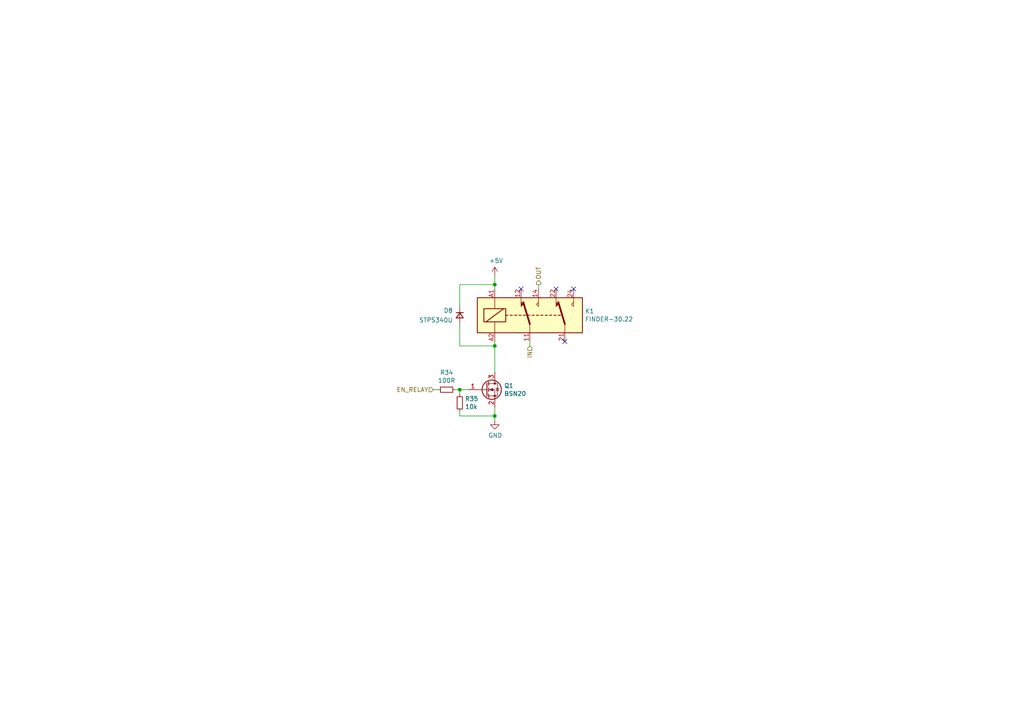
<source format=kicad_sch>
(kicad_sch (version 20230121) (generator eeschema)
  (paper "A4")
  (title_block (title "Safety Relay") (date "2023-04-22") (rev "2.0") (company "S. Sambor") (comment 1 "J. Jurczak") (comment 2 "P. Gawron") (comment 3 "I. Kajdan"))
  (lib_symbols
    (symbol "Device:D_Small" (pin_numbers hide) (pin_names (offset 0.254) hide)
      (property "Reference" "D" (at -1.27 2.032 0))
      (property "Value" "D_Small" (at -3.81 -2.032 0))
      (symbol "D_Small_0_1"
        (polyline (pts (xy -0.762 -1.016) (xy -0.762 1.016)) (stroke (width 0.254)))
        (polyline (pts (xy -0.762 0) (xy 0.762 0)))
        (polyline (pts (xy 0.762 -1.016) (xy -0.762 0) (xy 0.762 1.016) (xy 0.762 -1.016)) (stroke (width 0.254)))
      )
      (symbol "D_Small_1_1"
        (pin passive line (at -2.54 0 0) (length 1.778) (name "K") (number "1"))
        (pin passive line (at 2.54 0 180) (length 1.778) (name "A") (number "2"))
      )
    )
    (symbol "Device:R_Small" (pin_numbers hide) (pin_names (offset 0.254) hide)
      (property "Reference" "R" (at 0.762 0.508 0))
      (property "Value" "R_Small" (at 0.762 -1.016 0))
      (symbol "R_Small_0_1"
        (rectangle (start -0.762 1.778) (end 0.762 -1.778) (stroke (width 0.2032)))
      )
      (symbol "R_Small_1_1"
        (pin passive line (at 0 2.54 270) (length 0.762) (name "~") (number "1"))
        (pin passive line (at 0 -2.54 90) (length 0.762) (name "~") (number "2"))
      )
    )
    (symbol "Relay:FINDER-30.22"
      (property "Reference" "K" (at 16.51 3.81 0))
      (property "Value" "FINDER-30.22" (at 16.51 1.27 0))
      (symbol "FINDER-30.22_0_0"
        (polyline (pts (xy -2.54 5.08) (xy -2.54 2.54) (xy -1.905 3.175) (xy -2.54 3.81)) (fill (type outline)))
        (polyline (pts (xy 2.54 5.08) (xy 2.54 2.54) (xy 1.905 3.175) (xy 2.54 3.81)))
        (polyline (pts (xy 7.62 5.08) (xy 7.62 2.54) (xy 8.255 3.175) (xy 7.62 3.81)) (fill (type outline)))
        (polyline (pts (xy 12.7 5.08) (xy 12.7 2.54) (xy 12.065 3.175) (xy 12.7 3.81)))
      )
      (symbol "FINDER-30.22_0_1"
        (rectangle (start -15.24 5.08) (end 15.24 -5.08) (stroke (width 0.254)) (fill (type background)))
        (rectangle (start -13.335 1.905) (end -6.985 -1.905) (stroke (width 0.254)))
        (polyline (pts (xy -12.7 -1.905) (xy -7.62 1.905)) (stroke (width 0.254)))
        (polyline (pts (xy -10.16 -5.08) (xy -10.16 -1.905)))
        (polyline (pts (xy -10.16 5.08) (xy -10.16 1.905)))
        (polyline (pts (xy -6.985 0) (xy -6.35 0)) (stroke (width 0.254)))
        (polyline (pts (xy -5.715 0) (xy -5.08 0)) (stroke (width 0.254)))
        (polyline (pts (xy -4.445 0) (xy -3.81 0)) (stroke (width 0.254)))
        (polyline (pts (xy -3.175 0) (xy -2.54 0)) (stroke (width 0.254)))
        (polyline (pts (xy -1.905 0) (xy -1.27 0)) (stroke (width 0.254)))
        (polyline (pts (xy -0.635 0) (xy 0 0)) (stroke (width 0.254)))
        (polyline (pts (xy 0 -2.54) (xy -1.905 3.81)) (stroke (width 0.508)))
        (polyline (pts (xy 0 -2.54) (xy 0 -5.08)))
        (polyline (pts (xy 0.635 0) (xy 1.27 0)) (stroke (width 0.254)))
        (polyline (pts (xy 1.905 0) (xy 2.54 0)) (stroke (width 0.254)))
        (polyline (pts (xy 3.175 0) (xy 3.81 0)) (stroke (width 0.254)))
        (polyline (pts (xy 4.445 0) (xy 5.08 0)) (stroke (width 0.254)))
        (polyline (pts (xy 5.715 0) (xy 6.35 0)) (stroke (width 0.254)))
        (polyline (pts (xy 6.985 0) (xy 7.62 0)) (stroke (width 0.254)))
        (polyline (pts (xy 8.255 0) (xy 8.89 0)) (stroke (width 0.254)))
        (polyline (pts (xy 10.16 -2.54) (xy 8.255 3.81)) (stroke (width 0.508)))
        (polyline (pts (xy 10.16 -2.54) (xy 10.16 -5.08)))
      )
      (symbol "FINDER-30.22_1_1"
        (pin passive line (at 0 -7.62 90) (length 2.54) (name "~") (number "11"))
        (pin passive line (at -2.54 7.62 270) (length 2.54) (name "~") (number "12"))
        (pin passive line (at 2.54 7.62 270) (length 2.54) (name "~") (number "14"))
        (pin passive line (at 10.16 -7.62 90) (length 2.54) (name "~") (number "21"))
        (pin passive line (at 7.62 7.62 270) (length 2.54) (name "~") (number "22"))
        (pin passive line (at 12.7 7.62 270) (length 2.54) (name "~") (number "24"))
        (pin passive line (at -10.16 7.62 270) (length 2.54) (name "~") (number "A1"))
        (pin passive line (at -10.16 -7.62 90) (length 2.54) (name "~") (number "A2"))
      )
    )
    (symbol "Transistor_FET:BSS138" (pin_names hide)
      (property "Reference" "Q" (at 5.08 1.905 0))
      (property "Value" "BSS138" (at 5.08 0 0))
      (symbol "BSS138_0_1"
        (polyline (pts (xy 0.254 0) (xy -2.54 0)))
        (polyline (pts (xy 0.254 1.905) (xy 0.254 -1.905)) (stroke (width 0.254)))
        (polyline (pts (xy 0.762 -1.27) (xy 0.762 -2.286)) (stroke (width 0.254)))
        (polyline (pts (xy 0.762 0.508) (xy 0.762 -0.508)) (stroke (width 0.254)))
        (polyline (pts (xy 0.762 2.286) (xy 0.762 1.27)) (stroke (width 0.254)))
        (polyline (pts (xy 2.54 2.54) (xy 2.54 1.778)))
        (polyline (pts (xy 2.54 -2.54) (xy 2.54 0) (xy 0.762 0)))
        (polyline (pts (xy 0.762 -1.778) (xy 3.302 -1.778) (xy 3.302 1.778) (xy 0.762 1.778)))
        (polyline (pts (xy 1.016 0) (xy 2.032 0.381) (xy 2.032 -0.381) (xy 1.016 0)) (fill (type outline)))
        (polyline (pts (xy 2.794 0.508) (xy 2.921 0.381) (xy 3.683 0.381) (xy 3.81 0.254)))
        (polyline (pts (xy 3.302 0.381) (xy 2.921 -0.254) (xy 3.683 -0.254) (xy 3.302 0.381)))
        (circle (center 1.651 0) (radius 2.794) (stroke (width 0.254)))
        (circle (center 2.54 -1.778) (radius 0.254) (fill (type outline)))
        (circle (center 2.54 1.778) (radius 0.254) (fill (type outline)))
      )
      (symbol "BSS138_1_1"
        (pin input line (at -5.08 0 0) (length 2.54) (name "G") (number "1"))
        (pin passive line (at 2.54 -5.08 90) (length 2.54) (name "S") (number "2"))
        (pin passive line (at 2.54 5.08 270) (length 2.54) (name "D") (number "3"))
      )
    )
    (symbol "power:+5V" (power) (pin_names (offset 0))
      (property "Value" "+5V" (at 0 3.556 0))
      (symbol "+5V_0_1"
        (polyline (pts (xy -0.762 1.27) (xy 0 2.54)))
        (polyline (pts (xy 0 0) (xy 0 2.54)))
        (polyline (pts (xy 0 2.54) (xy 0.762 1.27)))
      )
      (symbol "+5V_1_1"
        (pin power_in line (at 0 0 90) (length 0) hide (name "+5V") (number "1"))
      )
    )
    (symbol "power:GND" (power) (pin_names (offset 0))
      (property "Value" "GND" (at 0 -3.81 0))
      (symbol "GND_0_1"
        (polyline (pts (xy 0 0) (xy 0 -1.27) (xy 1.27 -1.27) (xy 0 -2.54) (xy -1.27 -1.27) (xy 0 -1.27)))
      )
      (symbol "GND_1_1"
        (pin power_in line (at 0 0 270) (length 0) hide (name "GND") (number "1"))
      )
    )
  )
  (junction (at 143.51 82.55))
  (junction (at 143.51 120.65))
  (junction (at 133.35 113.03))
  (junction (at 143.51 100.33))
  (no_connect (at 163.83 99.06))
  (no_connect (at 151.13 83.82))
  (no_connect (at 161.29 83.82))
  (no_connect (at 166.37 83.82))
  (wire (pts (xy 133.35 100.33) (xy 143.51 100.33)))
  (wire (pts (xy 143.51 100.33) (xy 143.51 107.95)))
  (wire (pts (xy 133.35 113.03) (xy 133.35 114.3)))
  (wire (pts (xy 153.67 99.06) (xy 153.67 100.33)))
  (wire (pts (xy 133.35 82.55) (xy 133.35 88.9)))
  (wire (pts (xy 156.21 83.82) (xy 156.21 82.55)))
  (wire (pts (xy 143.51 118.11) (xy 143.51 120.65)))
  (wire (pts (xy 133.35 120.65) (xy 143.51 120.65)))
  (wire (pts (xy 135.89 113.03) (xy 133.35 113.03)))
  (wire (pts (xy 133.35 82.55) (xy 143.51 82.55)))
  (wire (pts (xy 143.51 100.33) (xy 143.51 99.06)))
  (wire (pts (xy 133.35 120.65) (xy 133.35 119.38)))
  (wire (pts (xy 143.51 80.01) (xy 143.51 82.55)))
  (wire (pts (xy 143.51 82.55) (xy 143.51 83.82)))
  (wire (pts (xy 143.51 121.92) (xy 143.51 120.65)))
  (wire (pts (xy 127 113.03) (xy 125.73 113.03)))
  (wire (pts (xy 133.35 113.03) (xy 132.08 113.03)))
  (wire (pts (xy 133.35 93.98) (xy 133.35 100.33)))
  (hierarchical_label "EN_RELAY" (shape input) (at 125.73 113.03 180))
  (hierarchical_label "IN" (shape input) (at 153.67 100.33 270))
  (hierarchical_label "OUT" (shape output) (at 156.21 82.55 90))
  (symbol (lib_id "Relay:FINDER-30.22") (at 153.67 91.44 0) (unit 1)
    (property "Reference" "K1" (at 169.672 90.2716 0) (effects (justify left)))
    (property "Value" "FINDER-30.22" (at 169.672 92.583 0) (effects (justify left)))
    (property "Footprint" "Relay_THT:Relay_DPDT_Finder_30.22" (effects hide))
    (property "Datasheet" "http://gfinder.findernet.com/assets/Series/354/S30EN.pdf" (effects hide))
  )
  (symbol (lib_id "Device:D_Small") (at 133.35 91.44 270) (unit 1)
    (property "Reference" "D8" (at 131.3688 90.0684 90) (effects (justify right)))
    (property "Value" "STPS340U" (at 131.3688 92.837 90) (effects (justify right)))
    (property "Footprint" "Diode_SMD:D_SMB" (effects hide))
    (property "Sim.Device" "D" (effects hide))
    (property "Sim.Pins" "1=K 2=A" (effects hide))
  )
  (symbol (lib_id "Transistor_FET:BSS138") (at 140.97 113.03 0) (unit 1)
    (property "Reference" "Q1" (at 146.2024 111.8616 0) (effects (justify left)))
    (property "Value" "BSN20" (at 146.2024 114.173 0) (effects (justify left)))
    (property "Footprint" "Package_TO_SOT_SMD:SOT-23" (effects hide))
    (property "Datasheet" "https://www.fairchildsemi.com/datasheets/BS/BSS138.pdf" (effects hide))
  )
  (symbol (lib_id "Device:R_Small") (at 129.54 113.03 270) (unit 1)
    (property "Reference" "R34" (at 129.54 108.0516 90))
    (property "Value" "100R" (at 129.54 110.363 90))
    (property "Footprint" "Resistor_SMD:R_0603_1608Metric_Pad0.98x0.95mm_HandSolder" (effects hide))
  )
  (symbol (lib_id "Device:R_Small") (at 133.35 116.84 0) (unit 1)
    (property "Reference" "R35" (at 134.8486 115.6716 0) (effects (justify left)))
    (property "Value" "10k" (at 134.8486 117.983 0) (effects (justify left)))
    (property "Footprint" "Resistor_SMD:R_0603_1608Metric_Pad0.98x0.95mm_HandSolder" (effects hide))
  )
  (symbol (lib_id "power:+5V") (at 143.51 80.01 0) (unit 1)
    (property "Reference" "#PWR055" (effects hide))
    (property "Value" "+5V" (at 143.891 75.6158 0))
  )
  (symbol (lib_id "power:GND") (at 143.51 121.92 0) (unit 1)
    (property "Reference" "#PWR056" (effects hide))
    (property "Value" "GND" (at 143.637 126.3142 0))
  )
)
</source>
